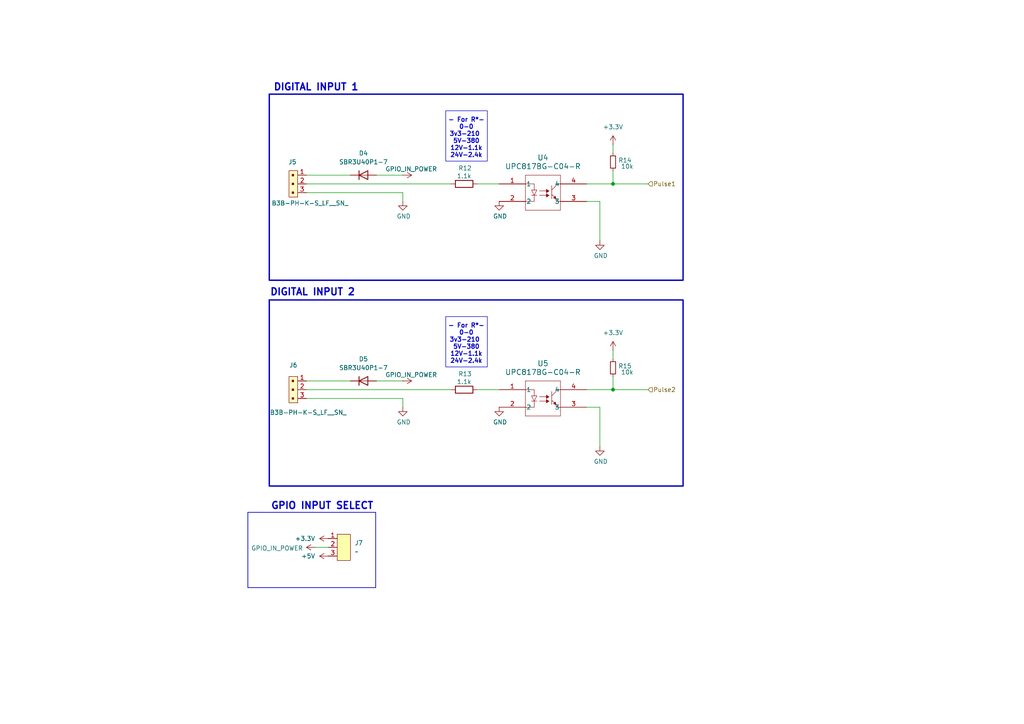
<source format=kicad_sch>
(kicad_sch (version 20250114) (generator "eeschema") (generator_version "9.0")
  (paper "A4")
  (title_block (title "Pulse Read Circuit") (date "2025-09-01") (rev "V1.0") (company "Mergened") (comment 1 "Designed by Oguzhan ESEN"))
  (lib_symbols
    (symbol "817:EL8171S1TU-G" (pin_names (offset 0.254))
      (property "Reference" "K" (at 12.7 12.7 0))
      (property "Value" "EL8171S1TU-G" (at 12.7 12.7 0))
      (symbol "EL8171S1TU-G_0_1"
        (polyline (pts (xy 7.62 -7.62) (xy 7.62 2.54)) (stroke (width 0.127)))
        (polyline (pts (xy 7.62 -7.62) (xy 17.78 -7.62)) (stroke (width 0.127)))
        (polyline (pts (xy 9.398 -1.778) (xy 10.16 -3.302)) (stroke (width 0.127)))
        (polyline (pts (xy 9.398 -3.302) (xy 10.922 -3.302)) (stroke (width 0.127)))
        (polyline (pts (xy 10.16 0) (xy 7.62 0)) (stroke (width 0.127)))
        (polyline (pts (xy 10.16 0) (xy 10.16 -1.778)) (stroke (width 0.127)))
        (polyline (pts (xy 10.16 -3.302) (xy 10.16 -5.08)) (stroke (width 0.127)))
        (polyline (pts (xy 10.16 -3.302) (xy 10.922 -1.778)) (stroke (width 0.127)))
        (polyline (pts (xy 10.16 -5.08) (xy 7.62 -5.08)) (stroke (width 0.127)))
        (polyline (pts (xy 10.922 -1.778) (xy 9.398 -1.778)) (stroke (width 0.127)))
        (polyline (pts (xy 11.684 -2.032) (xy 13.716 -2.032)) (stroke (width 0.127)))
        (polyline (pts (xy 11.684 -3.302) (xy 13.716 -3.302)) (stroke (width 0.127)))
        (polyline (pts (xy 13.716 -1.524) (xy 13.716 -2.54) (xy 14.478 -2.032)) (fill (type outline)))
        (polyline (pts (xy 13.716 -2.794) (xy 13.716 -3.81) (xy 14.478 -3.302)) (fill (type outline)))
        (polyline (pts (xy 15.24 -1.778) (xy 16.51 -0.508)) (stroke (width 0.127)))
        (polyline (pts (xy 15.24 -3.048) (xy 16.002 -3.81)) (stroke (width 0.127)))
        (polyline (pts (xy 15.24 -4.318) (xy 15.24 -0.508)) (stroke (width 0.127)))
        (polyline (pts (xy 16.4717 -4.3107) (xy 15.748 -4.064) (xy 16.256 -3.556) (xy 16.51 -4.318)) (fill (type outline)))
        (polyline (pts (xy 16.51 0) (xy 17.78 0)) (stroke (width 0.127)))
        (polyline (pts (xy 16.51 -0.508) (xy 16.51 0)) (stroke (width 0.127)))
        (polyline (pts (xy 16.51 -4.318) (xy 16.51 -5.08)) (stroke (width 0.127)))
        (polyline (pts (xy 17.78 2.54) (xy 7.62 2.54)) (stroke (width 0.127)))
        (polyline (pts (xy 17.78 2.54) (xy 17.78 -7.62)) (stroke (width 0.127)))
        (polyline (pts (xy 17.78 -5.08) (xy 16.51 -5.08)) (stroke (width 0.127)))
        (pin unspecified line (at 0 0 0) (length 7.62) (name "1") (number "1"))
        (pin unspecified line (at 0 -5.08 0) (length 7.62) (name "2") (number "2"))
        (pin unspecified line (at 25.4 0 180) (length 7.62) (name "4") (number "4"))
        (pin unspecified line (at 25.4 -5.08 180) (length 7.62) (name "3") (number "3"))
      )
    )
    (symbol "CONN_Header_6pos:1x3"
      (property "Reference" "C" (at 4.064 8.89 0))
      (symbol "1x3_1_1"
        (rectangle (start 0 7.62) (end 3.81 0) (fill (type color) (color 251 255 172 1)))
        (pin passive line (at -2.54 6.35 0) (length 2.54) (name "") (number "1"))
        (pin passive line (at -2.54 3.81 0) (length 2.54) (name "") (number "2"))
        (pin passive line (at -2.54 1.27 0) (length 2.54) (name "") (number "3"))
      )
    )
    (symbol "Device:D" (pin_numbers (hide yes)) (pin_names (offset 1.016) (hide yes))
      (property "Reference" "D" (at 0 2.54 0))
      (property "Value" "D" (at 0 -2.54 0))
      (symbol "D_0_1"
        (polyline (pts (xy -1.27 1.27) (xy -1.27 -1.27)) (stroke (width 0.254)))
        (polyline (pts (xy 1.27 1.27) (xy 1.27 -1.27) (xy -1.27 0) (xy 1.27 1.27)) (stroke (width 0.254)))
        (polyline (pts (xy 1.27 0) (xy -1.27 0)))
      )
      (symbol "D_1_1"
        (pin passive line (at -3.81 0 0) (length 2.54) (name "K") (number "1"))
        (pin passive line (at 3.81 0 180) (length 2.54) (name "A") (number "2"))
      )
    )
    (symbol "Device:R" (pin_numbers (hide yes)) (pin_names (offset 0))
      (property "Reference" "R" (at 2.032 0 90))
      (property "Value" "R" (at 0 0 90))
      (symbol "R_0_1"
        (rectangle (start -1.016 -2.54) (end 1.016 2.54) (stroke (width 0.254)))
      )
      (symbol "R_1_1"
        (pin passive line (at 0 3.81 270) (length 1.27) (name "~") (number "1"))
        (pin passive line (at 0 -3.81 90) (length 1.27) (name "~") (number "2"))
      )
    )
    (symbol "Device:R_Small" (pin_numbers (hide yes)) (pin_names (offset 0.254) (hide yes))
      (property "Reference" "R" (at 0.762 0.508 0))
      (property "Value" "R_Small" (at 0.762 -1.016 0))
      (symbol "R_Small_0_1"
        (rectangle (start -0.762 1.778) (end 0.762 -1.778) (stroke (width 0.2032)))
      )
      (symbol "R_Small_1_1"
        (pin passive line (at 0 2.54 270) (length 0.762) (name "~") (number "1"))
        (pin passive line (at 0 -2.54 90) (length 0.762) (name "~") (number "2"))
      )
    )
    (symbol "dk_Rectangular-Connectors-Headers-Male-Pins:B3B-PH-K-S_LF__SN_" (pin_names (offset 1.016))
      (property "Reference" "J" (at -2.54 2.54 0))
      (property "Value" "B3B-PH-K-S_LF__SN_" (at 2.54 -2.54 0))
      (symbol "B3B-PH-K-S_LF__SN__1_1"
        (rectangle (start -1.27 1.27) (end 6.35 -1.27) (fill (type background)))
        (rectangle (start -0.254 0.127) (end 0.254 -0.381) (fill (type outline)))
        (rectangle (start 2.286 0.127) (end 2.794 -0.381) (fill (type outline)))
        (rectangle (start 4.826 0.127) (end 5.334 -0.381) (fill (type outline)))
        (pin passive line (at 0 3.81 270) (length 2.54) (name "~") (number "1"))
        (pin passive line (at 2.54 3.81 270) (length 2.54) (name "~") (number "2"))
        (pin passive line (at 5.08 3.81 270) (length 2.54) (name "~") (number "3"))
      )
    )
    (symbol "power:+12V" (power) (pin_numbers (hide yes)) (pin_names (offset 0) (hide yes))
      (property "Value" "+12V" (at 0 3.556 0))
      (symbol "+12V_0_1"
        (polyline (pts (xy -0.762 1.27) (xy 0 2.54)))
        (polyline (pts (xy 0 2.54) (xy 0.762 1.27)))
        (polyline (pts (xy 0 0) (xy 0 2.54)))
      )
      (symbol "+12V_1_1"
        (pin power_in line (at 0 0 90) (length 0) (name "~") (number "1"))
      )
    )
    (symbol "power:+3.3V" (power) (pin_numbers (hide yes)) (pin_names (offset 0) (hide yes))
      (property "Value" "+3.3V" (at 0 3.556 0))
      (symbol "+3.3V_0_1"
        (polyline (pts (xy -0.762 1.27) (xy 0 2.54)))
        (polyline (pts (xy 0 2.54) (xy 0.762 1.27)))
        (polyline (pts (xy 0 0) (xy 0 2.54)))
      )
      (symbol "+3.3V_1_1"
        (pin power_in line (at 0 0 90) (length 0) (name "~") (number "1"))
      )
    )
    (symbol "power:+5V" (power) (pin_numbers (hide yes)) (pin_names (offset 0) (hide yes))
      (property "Value" "+5V" (at 0 3.556 0))
      (symbol "+5V_0_1"
        (polyline (pts (xy -0.762 1.27) (xy 0 2.54)))
        (polyline (pts (xy 0 2.54) (xy 0.762 1.27)))
        (polyline (pts (xy 0 0) (xy 0 2.54)))
      )
      (symbol "+5V_1_1"
        (pin power_in line (at 0 0 90) (length 0) (name "~") (number "1"))
      )
    )
    (symbol "power:GND" (power) (pin_numbers (hide yes)) (pin_names (offset 0) (hide yes))
      (property "Value" "GND" (at 0 -3.81 0))
      (symbol "GND_0_1"
        (polyline (pts (xy 0 0) (xy 0 -1.27) (xy 1.27 -1.27) (xy 0 -2.54) (xy -1.27 -1.27) (xy 0 -1.27)))
      )
      (symbol "GND_1_1"
        (pin power_in line (at 0 0 270) (length 0) (name "~") (number "1"))
      )
    )
  )
  (rectangle (start 78.105 86.995) (end 198.12 140.97) (stroke (width 0.4)))
  (rectangle (start 78.105 27.305) (end 198.12 81.28) (stroke (width 0.4)))
  (rectangle (start 71.882 148.59) (end 108.966 170.434) (stroke (width 0.2)))
  (text "GPIO INPUT SELECT\n" (at 93.472 146.812 0) (effects (font (size 2 2) (thickness 0.4) (bold yes))))
  (text "DIGITAL INPUT 1" (at 91.694 25.4 0) (effects (font (size 2 2) (thickness 0.4) (bold yes))))
  (text "DIGITAL INPUT 2\n" (at 90.678 84.836 0) (effects (font (size 2 2) (thickness 0.4) (bold yes))))
  (text "- For R*-\n0-0\n3v3-210 \n5V-380\n12V-1.1k\n24V-2.4k" (at 135.255 40.005 0) (effects (font (size 1.27 1.27) (thickness 0.254) (bold yes))))
  (text "- For R*-\n0-0\n3v3-210 \n5V-380\n12V-1.1k\n24V-2.4k" (at 135.255 99.695 0) (effects (font (size 1.27 1.27) (thickness 0.254) (bold yes))))
  (text_box "" (at 129.286 91.821 0) (size 12.065 14.605) (margins 0.9525 0.9525 0.9525 0.9525) (effects (font (size 1.27 1.27)) (justify left top)))
  (text_box "" (at 129.286 32.131 0) (size 12.065 14.605) (margins 0.9525 0.9525 0.9525 0.9525) (effects (font (size 1.27 1.27)) (justify left top)))
  (junction (at 177.8 53.34))
  (junction (at 177.8 113.03))
  (wire (pts (xy 88.9 115.57) (xy 116.84 115.57)))
  (wire (pts (xy 88.9 55.88) (xy 116.84 55.88)))
  (wire (pts (xy 173.99 58.42) (xy 173.99 69.85)))
  (wire (pts (xy 177.8 109.22) (xy 177.8 113.03)))
  (wire (pts (xy 116.84 55.88) (xy 116.84 58.42)))
  (wire (pts (xy 177.8 53.34) (xy 187.96 53.34)))
  (wire (pts (xy 88.9 113.03) (xy 130.81 113.03)))
  (wire (pts (xy 138.43 113.03) (xy 144.78 113.03)))
  (wire (pts (xy 170.18 118.11) (xy 173.99 118.11)))
  (wire (pts (xy 109.22 110.49) (xy 116.84 110.49)))
  (wire (pts (xy 170.18 58.42) (xy 173.99 58.42)))
  (wire (pts (xy 177.8 41.91) (xy 177.8 44.45)))
  (wire (pts (xy 177.8 101.6) (xy 177.8 104.14)))
  (wire (pts (xy 170.18 113.03) (xy 177.8 113.03)))
  (wire (pts (xy 177.8 49.53) (xy 177.8 53.34)))
  (wire (pts (xy 173.99 118.11) (xy 173.99 129.54)))
  (wire (pts (xy 170.18 53.34) (xy 177.8 53.34)))
  (wire (pts (xy 88.9 110.49) (xy 101.6 110.49)))
  (wire (pts (xy 116.84 115.57) (xy 116.84 118.11)))
  (wire (pts (xy 91.44 158.75) (xy 95.25 158.75)))
  (wire (pts (xy 177.8 113.03) (xy 187.96 113.03)))
  (wire (pts (xy 138.43 53.34) (xy 144.78 53.34)))
  (wire (pts (xy 88.9 50.8) (xy 101.6 50.8)))
  (wire (pts (xy 109.22 50.8) (xy 116.84 50.8)))
  (wire (pts (xy 88.9 53.34) (xy 130.81 53.34)))
  (hierarchical_label "Pulse1" (shape input) (at 187.96 53.34 0))
  (hierarchical_label "Pulse2" (shape input) (at 187.96 113.03 0))
  (symbol (lib_id "power:GND") (at 116.84 118.11 0) (unit 1)
    (property "Reference" "#PWR032" (effects (hide yes)))
    (property "Value" "GND" (at 117.094 122.428 0))
    (property "Description" "Power symbol creates a global label with name \"GND\" , ground" (effects (hide yes)))
  )
  (symbol (lib_id "dk_Rectangular-Connectors-Headers-Male-Pins:B3B-PH-K-S_LF__SN_") (at 85.09 50.8 270) (unit 1)
    (property "Reference" "J5" (at 84.836 46.99 90))
    (property "Value" "B3B-PH-K-S_LF__SN_" (at 89.916 58.928 90))
    (property "Footprint" "Connector_Molex:Molex_PicoBlade_53047-0310_1x03_P1.25mm_Vertical" (effects (hide yes)))
    (property "Datasheet" "http://www.jst-mfg.com/product/pdf/eng/ePH.pdf" (effects (hide yes)))
    (property "Description" "CONN HEADER VERT 3POS 2MM" (effects (hide yes)))
    (property "DigiKey" "  277-1207-ND" (effects (hide yes)))
    (property "MPN" "B3B-PH-K-S(LF)(SN)" (effects (hide yes)))
    (property "Category" "Connectors, Interconnects" (effects (hide yes)))
    (property "Family" "Rectangular Connectors - Headers, Male Pins" (effects (hide yes)))
    (property "DK_Datasheet_Link" "http://www.jst-mfg.com/product/pdf/eng/ePH.pdf" (effects (hide yes)))
    (property "DK_Detail_Page" "/product-detail/en/jst-sales-america-inc/B3B-PH-K-S(LF)(SN)/455-1705-ND/926612" (effects (hide yes)))
    (property "Description_1" "CONN HEADER VERT 3POS 2MM" (effects (hide yes)))
    (property "Manufacturer" "JST Sales America Inc." (effects (hide yes)))
    (property "Status" "Active" (effects (hide yes)))
  )
  (symbol (lib_id "Device:R_Small") (at 177.8 46.99 0) (unit 1)
    (property "Reference" "R14" (at 179.324 46.482 0) (effects (justify left)))
    (property "Value" "10k" (at 180.086 48.26 0) (effects (justify left)))
    (property "Footprint" "Resistor_SMD:R_0603_1608Metric_Pad0.98x0.95mm_HandSolder" (effects (hide yes)))
    (property "Description" "RES.(1608) 0603 10K Ohms 5% 1/10W-S 100PPM" (effects (hide yes)))
    (property "OZDISAN" "0603SAJ0103TDE" (effects (hide yes)))
  )
  (symbol (lib_id "power:+3.3V") (at 177.8 41.91 0) (unit 1)
    (property "Reference" "#PWR037" (effects (hide yes)))
    (property "Value" "+3.3V" (at 177.8 36.83 0))
    (property "Description" "Power symbol creates a global label with name \"+3.3V\"" (effects (hide yes)))
  )
  (symbol (lib_id "power:GND") (at 144.78 118.11 0) (unit 1)
    (property "Reference" "#PWR034" (effects (hide yes)))
    (property "Value" "GND" (at 145.034 122.428 0))
    (property "Description" "Power symbol creates a global label with name \"GND\" , ground" (effects (hide yes)))
  )
  (symbol (lib_id "power:+5V") (at 95.25 161.29 90) (unit 1)
    (property "Reference" "#PWR028" (effects (hide yes)))
    (property "Value" "+5V" (at 91.44 161.2899 90) (effects (justify left)))
    (property "Description" "Power symbol creates a global label with name \"+5V\"" (effects (hide yes)))
  )
  (symbol (lib_id "dk_Rectangular-Connectors-Headers-Male-Pins:B3B-PH-K-S_LF__SN_") (at 85.09 110.49 270) (unit 1)
    (property "Reference" "J6" (at 85.09 105.918 90))
    (property "Value" "B3B-PH-K-S_LF__SN_" (at 89.408 119.634 90))
    (property "Footprint" "Connector_Molex:Molex_PicoBlade_53047-0310_1x03_P1.25mm_Vertical" (effects (hide yes)))
    (property "Datasheet" "http://www.jst-mfg.com/product/pdf/eng/ePH.pdf" (effects (hide yes)))
    (property "Description" "CONN HEADER VERT 3POS 2MM" (effects (hide yes)))
    (property "DigiKey" "  277-1207-ND" (effects (hide yes)))
    (property "MPN" "B3B-PH-K-S(LF)(SN)" (effects (hide yes)))
    (property "Category" "Connectors, Interconnects" (effects (hide yes)))
    (property "Family" "Rectangular Connectors - Headers, Male Pins" (effects (hide yes)))
    (property "DK_Datasheet_Link" "http://www.jst-mfg.com/product/pdf/eng/ePH.pdf" (effects (hide yes)))
    (property "DK_Detail_Page" "/product-detail/en/jst-sales-america-inc/B3B-PH-K-S(LF)(SN)/455-1705-ND/926612" (effects (hide yes)))
    (property "Description_1" "CONN HEADER VERT 3POS 2MM" (effects (hide yes)))
    (property "Manufacturer" "JST Sales America Inc." (effects (hide yes)))
    (property "Status" "Active" (effects (hide yes)))
  )
  (symbol (lib_id "Device:D") (at 105.41 50.8 0) (unit 1)
    (property "Reference" "D4" (at 105.41 44.45 0))
    (property "Value" "SBR3U40P1-7" (at 105.41 46.99 0))
    (property "Footprint" "Diode_SMD:D_PowerDI-123" (effects (hide yes)))
    (property "Datasheet" "https://cdn.ozdisan.com/ETicaret_Dosya/1050102_171441278..pdf" (effects (hide yes)))
    (property "Description" "DIODE SBR 40V 3A POWERDI123" (effects (hide yes)))
    (property "Sim.Device" "D" (effects (hide yes)))
    (property "Sim.Pins" "1=K 2=A" (effects (hide yes)))
    (property "OZDISAN" "SBR3U40P1-7" (effects (hide yes)))
  )
  (symbol (lib_id "power:+12V") (at 91.44 158.75 90) (unit 1)
    (property "Reference" "#PWR026" (effects (hide yes)))
    (property "Value" "GPIO_IN_POWER" (at 87.884 159.004 90) (effects (justify left)))
    (property "Description" "Power symbol creates a global label with name \"+12V\"" (effects (hide yes)))
  )
  (symbol (lib_id "Device:R_Small") (at 177.8 106.68 0) (unit 1)
    (property "Reference" "R15" (at 179.324 106.172 0) (effects (justify left)))
    (property "Value" "10k" (at 180.086 107.95 0) (effects (justify left)))
    (property "Footprint" "Resistor_SMD:R_0603_1608Metric_Pad0.98x0.95mm_HandSolder" (effects (hide yes)))
    (property "Description" "RES.(1608) 0603 10K Ohms 5% 1/10W-S 100PPM" (effects (hide yes)))
    (property "OZDISAN" "0603SAJ0103TDE" (effects (hide yes)))
  )
  (symbol (lib_id "power:GND") (at 116.84 58.42 0) (unit 1)
    (property "Reference" "#PWR030" (effects (hide yes)))
    (property "Value" "GND" (at 117.094 62.738 0))
    (property "Description" "Power symbol creates a global label with name \"GND\" , ground" (effects (hide yes)))
  )
  (symbol (lib_id "power:+12V") (at 116.84 50.8 270) (unit 1)
    (property "Reference" "#PWR029" (effects (hide yes)))
    (property "Value" "GPIO_IN_POWER" (at 111.76 49.022 90) (effects (justify left)))
    (property "Description" "Power symbol creates a global label with name \"+12V\"" (effects (hide yes)))
  )
  (symbol (lib_id "CONN_Header_6pos:1x3") (at 97.79 162.56 0) (unit 1)
    (property "Reference" "J7" (at 102.87 157.4799 0) (effects (justify left)))
    (property "Value" "~" (at 102.87 160.0199 0) (effects (justify left)))
    (property "Footprint" "Connector_PinHeader_2.54mm:PinHeader_1x03_P2.54mm_Vertical" (effects (hide yes)))
  )
  (symbol (lib_id "Device:R") (at 134.62 113.03 90) (unit 1)
    (property "Reference" "R13" (at 134.874 108.458 90))
    (property "Value" "1.1k" (at 134.62 110.744 90))
    (property "Footprint" "Resistor_SMD:R_0603_1608Metric_Pad0.98x0.95mm_HandSolder" (effects (hide yes)))
    (property "Description" "Resistor" (effects (hide yes)))
    (property "OZDISAN" "0603SAF1101T5E" (effects (hide yes)))
  )
  (symbol (lib_id "power:+12V") (at 116.84 110.49 270) (unit 1)
    (property "Reference" "#PWR031" (effects (hide yes)))
    (property "Value" "GPIO_IN_POWER" (at 111.76 108.712 90) (effects (justify left)))
    (property "Description" "Power symbol creates a global label with name \"+12V\"" (effects (hide yes)))
  )
  (symbol (lib_id "power:+3.3V") (at 95.25 156.21 90) (unit 1)
    (property "Reference" "#PWR027" (effects (hide yes)))
    (property "Value" "+3.3V" (at 91.44 156.2099 90) (effects (justify left)))
    (property "Description" "Power symbol creates a global label with name \"+3.3V\"" (effects (hide yes)))
  )
  (symbol (lib_id "817:EL8171S1TU-G") (at 144.78 113.03 0) (unit 1)
    (property "Reference" "U5" (at 157.48 105.41 0) (effects (font (size 1.524 1.524))))
    (property "Value" "UPC817BG-C04-R" (at 157.48 107.95 0) (effects (font (size 1.524 1.524))))
    (property "Footprint" "mergened_footprints:EL8171-S1-TU_EVE" (effects (hide yes)))
    (property "Datasheet" "http://www.everlight.com/file/ProductFile/EL817.pdf" (effects (hide yes)))
    (property "DigiKey" "080-1603-2-ND" (effects (hide yes)))
    (property "OZDISAN" "UPC817CG-C04-R" (effects (hide yes)))
  )
  (symbol (lib_id "power:GND") (at 173.99 129.54 0) (unit 1)
    (property "Reference" "#PWR036" (effects (hide yes)))
    (property "Value" "GND" (at 174.244 133.858 0))
    (property "Description" "Power symbol creates a global label with name \"GND\" , ground" (effects (hide yes)))
  )
  (symbol (lib_id "power:+3.3V") (at 177.8 101.6 0) (unit 1)
    (property "Reference" "#PWR038" (effects (hide yes)))
    (property "Value" "+3.3V" (at 177.8 96.52 0))
    (property "Description" "Power symbol creates a global label with name \"+3.3V\"" (effects (hide yes)))
  )
  (symbol (lib_id "power:GND") (at 144.78 58.42 0) (unit 1)
    (property "Reference" "#PWR033" (effects (hide yes)))
    (property "Value" "GND" (at 145.034 62.738 0))
    (property "Description" "Power symbol creates a global label with name \"GND\" , ground" (effects (hide yes)))
  )
  (symbol (lib_id "817:EL8171S1TU-G") (at 144.78 53.34 0) (unit 1)
    (property "Reference" "U4" (at 157.48 45.72 0) (effects (font (size 1.524 1.524))))
    (property "Value" "UPC817BG-C04-R" (at 157.48 48.26 0) (effects (font (size 1.524 1.524))))
    (property "Footprint" "mergened_footprints:EL8171-S1-TU_EVE" (effects (hide yes)))
    (property "Datasheet" "http://www.everlight.com/file/ProductFile/EL817.pdf" (effects (hide yes)))
    (property "DigiKey" "080-1603-2-ND" (effects (hide yes)))
    (property "OZDISAN" "UPC817CG-C04-R" (effects (hide yes)))
  )
  (symbol (lib_id "Device:R") (at 134.62 53.34 90) (unit 1)
    (property "Reference" "R12" (at 134.874 48.768 90))
    (property "Value" "1.1k" (at 134.62 51.054 90))
    (property "Footprint" "Resistor_SMD:R_0603_1608Metric_Pad0.98x0.95mm_HandSolder" (effects (hide yes)))
    (property "Description" "Resistor" (effects (hide yes)))
    (property "OZDISAN" "0603SAF1101T5E" (effects (hide yes)))
  )
  (symbol (lib_id "power:GND") (at 173.99 69.85 0) (unit 1)
    (property "Reference" "#PWR035" (effects (hide yes)))
    (property "Value" "GND" (at 174.244 74.168 0))
    (property "Description" "Power symbol creates a global label with name \"GND\" , ground" (effects (hide yes)))
  )
  (symbol (lib_id "Device:D") (at 105.41 110.49 0) (unit 1)
    (property "Reference" "D5" (at 105.41 104.14 0))
    (property "Value" "SBR3U40P1-7" (at 105.41 106.68 0))
    (property "Footprint" "Diode_SMD:D_PowerDI-123" (effects (hide yes)))
    (property "Datasheet" "https://cdn.ozdisan.com/ETicaret_Dosya/1050102_171441278..pdf" (effects (hide yes)))
    (property "Description" "DIODE SBR 40V 3A POWERDI123" (effects (hide yes)))
    (property "Sim.Device" "D" (effects (hide yes)))
    (property "Sim.Pins" "1=K 2=A" (effects (hide yes)))
    (property "OZDISAN" "SBR3U40P1-7" (effects (hide yes)))
  )
)
</source>
